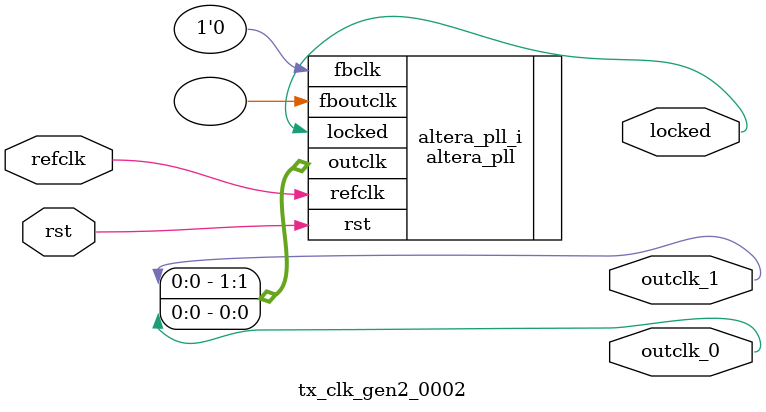
<source format=v>
`timescale 1ns/10ps
module  tx_clk_gen2_0002(

	// interface 'refclk'
	input wire refclk,

	// interface 'reset'
	input wire rst,

	// interface 'outclk0'
	output wire outclk_0,

	// interface 'outclk1'
	output wire outclk_1,

	// interface 'locked'
	output wire locked
);

	altera_pll #(
		.fractional_vco_multiplier("false"),
		.reference_clock_frequency("73.0 MHz"),
		.operation_mode("direct"),
		.number_of_clocks(2),
		.output_clock_frequency0("146.000000 MHz"),
		.phase_shift0("0 ps"),
		.duty_cycle0(50),
		.output_clock_frequency1("73.000000 MHz"),
		.phase_shift1("0 ps"),
		.duty_cycle1(50),
		.output_clock_frequency2("0 MHz"),
		.phase_shift2("0 ps"),
		.duty_cycle2(50),
		.output_clock_frequency3("0 MHz"),
		.phase_shift3("0 ps"),
		.duty_cycle3(50),
		.output_clock_frequency4("0 MHz"),
		.phase_shift4("0 ps"),
		.duty_cycle4(50),
		.output_clock_frequency5("0 MHz"),
		.phase_shift5("0 ps"),
		.duty_cycle5(50),
		.output_clock_frequency6("0 MHz"),
		.phase_shift6("0 ps"),
		.duty_cycle6(50),
		.output_clock_frequency7("0 MHz"),
		.phase_shift7("0 ps"),
		.duty_cycle7(50),
		.output_clock_frequency8("0 MHz"),
		.phase_shift8("0 ps"),
		.duty_cycle8(50),
		.output_clock_frequency9("0 MHz"),
		.phase_shift9("0 ps"),
		.duty_cycle9(50),
		.output_clock_frequency10("0 MHz"),
		.phase_shift10("0 ps"),
		.duty_cycle10(50),
		.output_clock_frequency11("0 MHz"),
		.phase_shift11("0 ps"),
		.duty_cycle11(50),
		.output_clock_frequency12("0 MHz"),
		.phase_shift12("0 ps"),
		.duty_cycle12(50),
		.output_clock_frequency13("0 MHz"),
		.phase_shift13("0 ps"),
		.duty_cycle13(50),
		.output_clock_frequency14("0 MHz"),
		.phase_shift14("0 ps"),
		.duty_cycle14(50),
		.output_clock_frequency15("0 MHz"),
		.phase_shift15("0 ps"),
		.duty_cycle15(50),
		.output_clock_frequency16("0 MHz"),
		.phase_shift16("0 ps"),
		.duty_cycle16(50),
		.output_clock_frequency17("0 MHz"),
		.phase_shift17("0 ps"),
		.duty_cycle17(50),
		.pll_type("General"),
		.pll_subtype("General")
	) altera_pll_i (
		.rst	(rst),
		.outclk	({outclk_1, outclk_0}),
		.locked	(locked),
		.fboutclk	( ),
		.fbclk	(1'b0),
		.refclk	(refclk)
	);
endmodule


</source>
